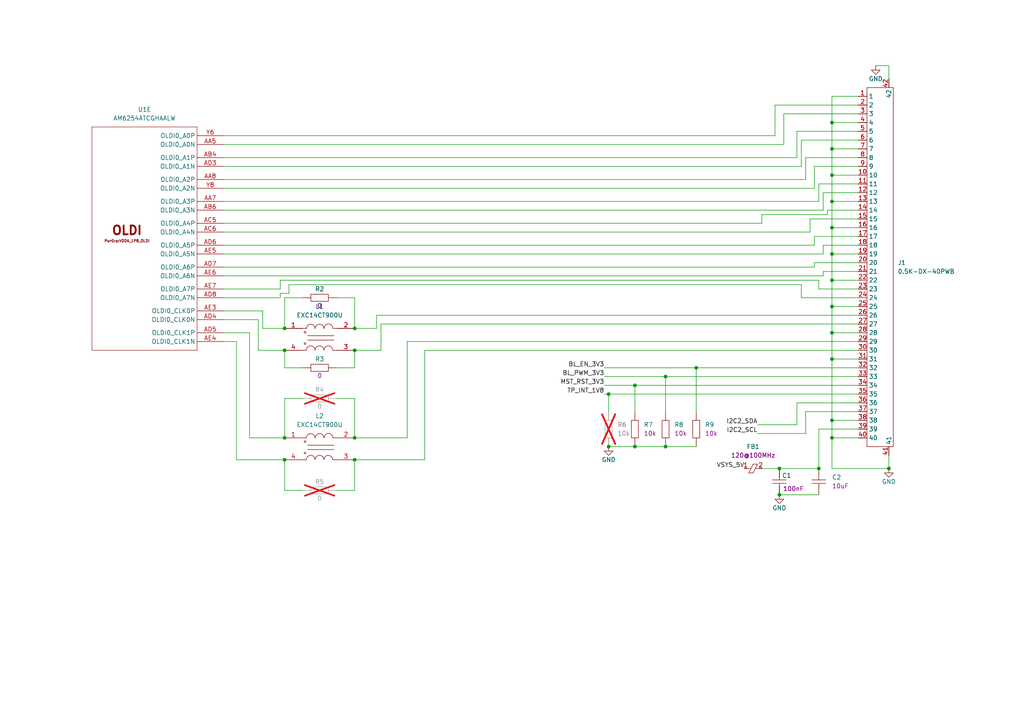
<source format=kicad_sch>
(kicad_sch (version 20250114) (generator "eeschema") (generator_version "9.0")
  (paper "A4")
  (junction (at 241.3 96.52))
  (junction (at 241.3 73.66))
  (junction (at 82.55 133.35))
  (junction (at 184.15 129.54))
  (junction (at 102.87 101.6))
  (junction (at 82.55 127))
  (junction (at 193.04 129.54))
  (junction (at 82.55 95.25))
  (junction (at 193.04 109.22))
  (junction (at 102.87 127))
  (junction (at 241.3 81.28))
  (junction (at 241.3 58.42))
  (junction (at 226.06 143.51))
  (junction (at 241.3 88.9))
  (junction (at 201.93 106.68))
  (junction (at 226.06 135.89))
  (junction (at 257.81 135.89))
  (junction (at 237.49 135.89))
  (junction (at 102.87 133.35))
  (junction (at 241.3 50.8))
  (junction (at 176.53 129.54))
  (junction (at 241.3 43.18))
  (junction (at 241.3 127))
  (junction (at 176.53 114.3))
  (junction (at 184.15 111.76))
  (junction (at 241.3 35.56))
  (junction (at 241.3 121.92))
  (junction (at 241.3 66.04))
  (junction (at 241.3 104.14))
  (junction (at 102.87 95.25))
  (junction (at 82.55 101.6))
  (wire (pts (xy 81.28 85.09) (xy 83.82 85.09)))
  (wire (pts (xy 87.63 106.68) (xy 82.55 106.68)))
  (wire (pts (xy 231.14 38.1) (xy 248.92 38.1)))
  (wire (pts (xy 241.3 27.94) (xy 241.3 35.56)))
  (wire (pts (xy 82.55 115.57) (xy 82.55 127)))
  (wire (pts (xy 241.3 127) (xy 248.92 127)))
  (wire (pts (xy 109.22 95.25) (xy 102.87 95.25)))
  (wire (pts (xy 254 19.05) (xy 257.81 19.05)))
  (wire (pts (xy 241.3 73.66) (xy 241.3 81.28)))
  (wire (pts (xy 175.26 106.68) (xy 201.93 106.68)))
  (wire (pts (xy 81.28 86.36) (xy 81.28 85.09)))
  (wire (pts (xy 193.04 129.54) (xy 201.93 129.54)))
  (wire (pts (xy 64.77 71.12) (xy 236.22 71.12)))
  (wire (pts (xy 118.11 127) (xy 102.87 127)))
  (wire (pts (xy 248.92 124.46) (xy 237.49 124.46)))
  (wire (pts (xy 241.3 104.14) (xy 241.3 121.92)))
  (wire (pts (xy 97.79 106.68) (xy 102.87 106.68)))
  (wire (pts (xy 236.22 77.47) (xy 236.22 76.2)))
  (wire (pts (xy 83.82 85.09) (xy 83.82 82.55)))
  (wire (pts (xy 82.55 142.24) (xy 82.55 133.35)))
  (wire (pts (xy 64.77 96.52) (xy 72.39 96.52)))
  (wire (pts (xy 176.53 129.54) (xy 184.15 129.54)))
  (wire (pts (xy 64.77 54.61) (xy 236.22 54.61)))
  (wire (pts (xy 241.3 73.66) (xy 248.92 73.66)))
  (wire (pts (xy 68.58 99.06) (xy 68.58 133.35)))
  (wire (pts (xy 241.3 35.56) (xy 241.3 43.18)))
  (wire (pts (xy 241.3 121.92) (xy 241.3 127)))
  (wire (pts (xy 175.26 111.76) (xy 184.15 111.76)))
  (wire (pts (xy 87.63 86.36) (xy 82.55 86.36)))
  (wire (pts (xy 241.3 88.9) (xy 241.3 96.52)))
  (wire (pts (xy 219.71 125.73) (xy 233.68 125.73)))
  (wire (pts (xy 184.15 129.54) (xy 193.04 129.54)))
  (wire (pts (xy 64.77 92.71) (xy 74.93 92.71)))
  (wire (pts (xy 237.49 83.82) (xy 248.92 83.82)))
  (wire (pts (xy 193.04 109.22) (xy 248.92 109.22)))
  (wire (pts (xy 248.92 91.44) (xy 109.22 91.44)))
  (wire (pts (xy 64.77 99.06) (xy 68.58 99.06)))
  (wire (pts (xy 241.3 104.14) (xy 248.92 104.14)))
  (wire (pts (xy 68.58 133.35) (xy 82.55 133.35)))
  (wire (pts (xy 76.2 90.17) (xy 76.2 95.25)))
  (wire (pts (xy 248.92 93.98) (xy 110.49 93.98)))
  (wire (pts (xy 64.77 39.37) (xy 224.79 39.37)))
  (wire (pts (xy 241.3 43.18) (xy 248.92 43.18)))
  (wire (pts (xy 231.14 123.19) (xy 231.14 116.84)))
  (wire (pts (xy 64.77 64.77) (xy 220.98 64.77)))
  (wire (pts (xy 237.49 58.42) (xy 237.49 53.34)))
  (wire (pts (xy 82.55 86.36) (xy 82.55 95.25)))
  (wire (pts (xy 240.03 62.23) (xy 240.03 60.96)))
  (wire (pts (xy 241.3 58.42) (xy 248.92 58.42)))
  (wire (pts (xy 240.03 60.96) (xy 248.92 60.96)))
  (wire (pts (xy 175.26 114.3) (xy 176.53 114.3)))
  (wire (pts (xy 232.41 82.55) (xy 232.41 86.36)))
  (wire (pts (xy 220.98 62.23) (xy 240.03 62.23)))
  (wire (pts (xy 64.77 41.91) (xy 227.33 41.91)))
  (wire (pts (xy 102.87 115.57) (xy 102.87 127)))
  (wire (pts (xy 248.92 99.06) (xy 118.11 99.06)))
  (wire (pts (xy 176.53 114.3) (xy 176.53 119.38)))
  (wire (pts (xy 241.3 96.52) (xy 248.92 96.52)))
  (wire (pts (xy 118.11 99.06) (xy 118.11 127)))
  (wire (pts (xy 237.49 124.46) (xy 237.49 135.89)))
  (wire (pts (xy 109.22 91.44) (xy 109.22 95.25)))
  (wire (pts (xy 64.77 90.17) (xy 76.2 90.17)))
  (wire (pts (xy 64.77 67.31) (xy 234.95 67.31)))
  (wire (pts (xy 97.79 86.36) (xy 102.87 86.36)))
  (wire (pts (xy 238.76 71.12) (xy 248.92 71.12)))
  (wire (pts (xy 64.77 58.42) (xy 237.49 58.42)))
  (wire (pts (xy 241.3 96.52) (xy 241.3 104.14)))
  (wire (pts (xy 241.3 127) (xy 241.3 135.89)))
  (wire (pts (xy 184.15 111.76) (xy 248.92 111.76)))
  (wire (pts (xy 224.79 39.37) (xy 224.79 30.48)))
  (wire (pts (xy 241.3 88.9) (xy 248.92 88.9)))
  (wire (pts (xy 236.22 48.26) (xy 248.92 48.26)))
  (wire (pts (xy 83.82 82.55) (xy 232.41 82.55)))
  (wire (pts (xy 238.76 80.01) (xy 238.76 78.74)))
  (wire (pts (xy 238.76 55.88) (xy 248.92 55.88)))
  (wire (pts (xy 241.3 50.8) (xy 248.92 50.8)))
  (wire (pts (xy 74.93 101.6) (xy 82.55 101.6)))
  (wire (pts (xy 74.93 92.71) (xy 74.93 101.6)))
  (wire (pts (xy 226.06 143.51) (xy 237.49 143.51)))
  (wire (pts (xy 241.3 121.92) (xy 248.92 121.92)))
  (wire (pts (xy 82.55 106.68) (xy 82.55 101.6)))
  (wire (pts (xy 233.68 52.07) (xy 233.68 45.72)))
  (wire (pts (xy 257.81 135.89) (xy 257.81 132.08)))
  (wire (pts (xy 231.14 116.84) (xy 248.92 116.84)))
  (wire (pts (xy 241.3 66.04) (xy 248.92 66.04)))
  (wire (pts (xy 64.77 60.96) (xy 238.76 60.96)))
  (wire (pts (xy 102.87 142.24) (xy 102.87 133.35)))
  (wire (pts (xy 72.39 96.52) (xy 72.39 127)))
  (wire (pts (xy 64.77 73.66) (xy 238.76 73.66)))
  (wire (pts (xy 184.15 111.76) (xy 184.15 119.38)))
  (wire (pts (xy 241.3 66.04) (xy 241.3 73.66)))
  (wire (pts (xy 233.68 125.73) (xy 233.68 119.38)))
  (wire (pts (xy 241.3 135.89) (xy 257.81 135.89)))
  (wire (pts (xy 220.98 64.77) (xy 220.98 62.23)))
  (wire (pts (xy 233.68 45.72) (xy 248.92 45.72)))
  (wire (pts (xy 231.14 45.72) (xy 231.14 38.1)))
  (wire (pts (xy 64.77 52.07) (xy 233.68 52.07)))
  (wire (pts (xy 236.22 68.58) (xy 248.92 68.58)))
  (wire (pts (xy 64.77 83.82) (xy 81.28 83.82)))
  (wire (pts (xy 64.77 77.47) (xy 236.22 77.47)))
  (wire (pts (xy 241.3 81.28) (xy 248.92 81.28)))
  (wire (pts (xy 97.79 142.24) (xy 102.87 142.24)))
  (wire (pts (xy 237.49 81.28) (xy 237.49 83.82)))
  (wire (pts (xy 219.71 123.19) (xy 231.14 123.19)))
  (wire (pts (xy 238.76 73.66) (xy 238.76 71.12)))
  (wire (pts (xy 248.92 101.6) (xy 123.19 101.6)))
  (wire (pts (xy 201.93 106.68) (xy 201.93 119.38)))
  (wire (pts (xy 64.77 45.72) (xy 231.14 45.72)))
  (wire (pts (xy 241.3 58.42) (xy 241.3 66.04)))
  (wire (pts (xy 72.39 127) (xy 82.55 127)))
  (wire (pts (xy 220.98 135.89) (xy 226.06 135.89)))
  (wire (pts (xy 237.49 53.34) (xy 248.92 53.34)))
  (wire (pts (xy 236.22 76.2) (xy 248.92 76.2)))
  (wire (pts (xy 76.2 95.25) (xy 82.55 95.25)))
  (wire (pts (xy 234.95 67.31) (xy 234.95 63.5)))
  (wire (pts (xy 201.93 106.68) (xy 248.92 106.68)))
  (wire (pts (xy 64.77 86.36) (xy 81.28 86.36)))
  (wire (pts (xy 110.49 93.98) (xy 110.49 101.6)))
  (wire (pts (xy 123.19 101.6) (xy 123.19 133.35)))
  (wire (pts (xy 110.49 101.6) (xy 102.87 101.6)))
  (wire (pts (xy 241.3 43.18) (xy 241.3 50.8)))
  (wire (pts (xy 227.33 33.02) (xy 248.92 33.02)))
  (wire (pts (xy 232.41 40.64) (xy 248.92 40.64)))
  (wire (pts (xy 64.77 80.01) (xy 238.76 80.01)))
  (wire (pts (xy 238.76 78.74) (xy 248.92 78.74)))
  (wire (pts (xy 236.22 71.12) (xy 236.22 68.58)))
  (wire (pts (xy 234.95 63.5) (xy 248.92 63.5)))
  (wire (pts (xy 232.41 48.26) (xy 232.41 40.64)))
  (wire (pts (xy 176.53 114.3) (xy 248.92 114.3)))
  (wire (pts (xy 238.76 60.96) (xy 238.76 55.88)))
  (wire (pts (xy 257.81 19.05) (xy 257.81 22.86)))
  (wire (pts (xy 175.26 109.22) (xy 193.04 109.22)))
  (wire (pts (xy 81.28 81.28) (xy 237.49 81.28)))
  (wire (pts (xy 102.87 86.36) (xy 102.87 95.25)))
  (wire (pts (xy 241.3 81.28) (xy 241.3 88.9)))
  (wire (pts (xy 193.04 109.22) (xy 193.04 119.38)))
  (wire (pts (xy 224.79 30.48) (xy 248.92 30.48)))
  (wire (pts (xy 233.68 119.38) (xy 248.92 119.38)))
  (wire (pts (xy 87.63 142.24) (xy 82.55 142.24)))
  (wire (pts (xy 81.28 81.28) (xy 81.28 83.82)))
  (wire (pts (xy 248.92 27.94) (xy 241.3 27.94)))
  (wire (pts (xy 241.3 50.8) (xy 241.3 58.42)))
  (wire (pts (xy 97.79 115.57) (xy 102.87 115.57)))
  (wire (pts (xy 64.77 48.26) (xy 232.41 48.26)))
  (wire (pts (xy 236.22 54.61) (xy 236.22 48.26)))
  (wire (pts (xy 87.63 115.57) (xy 82.55 115.57)))
  (wire (pts (xy 232.41 86.36) (xy 248.92 86.36)))
  (wire (pts (xy 241.3 35.56) (xy 248.92 35.56)))
  (wire (pts (xy 227.33 41.91) (xy 227.33 33.02)))
  (wire (pts (xy 102.87 106.68) (xy 102.87 101.6)))
  (wire (pts (xy 102.87 133.35) (xy 123.19 133.35)))
  (wire (pts (xy 226.06 135.89) (xy 237.49 135.89)))
  (label "I2C2_SCL" (at 219.71 125.73 180))
  (label "I2C2_SDA" (at 219.71 123.19 180))
  (label "BL_EN_3V3" (at 175.26 106.68 180))
  (label "TP_INT_1V8" (at 175.26 114.3 180))
  (label "MST_RST_3V3" (at 175.26 111.76 180))
  (label "VSYS_5V" (at 215.9 135.89 180))
  (label "BL_PWM_3V3" (at 175.26 109.22 180))
  (symbol (lib_id "pepy_sym_lib:[RES_SMD_0201_0603Metric]UNI-ROYAL(Uniroyal Elec) 0201WMF1002TEE") (at 176.53 124.46 90) (unit 1) (dnp yes)
    (property "Reference" "R6" (at 179.07 123.1899 90) (effects (justify right)))
    (property "Value" "0201WMF1002TEE" (effects (hide yes)))
    (property "Footprint" "pepy_sym_lib:[RES_SMD_0201_0603Metric]" (effects (hide yes)))
    (property "Datasheet" "https://lcsc.com/product-detail/Chip-Resistor-Surface-Mount_UNI-ROYAL-Uniroyal-Elec-0201WMF1002TEE_C473048.html" (effects (hide yes)))
    (property "Description" "1/20W Thick Film Resistors 25V ±1% ±200ppm/℃ 10kΩ 0201 Chip Resistor - Surface Mount ROHS" (effects (hide yes)))
    (property "LCSC Part" "C473048" (effects (hide yes)))
    (property "Manufacturer" "UNI-ROYAL(Uniroyal Elec)" (effects (hide yes)))
    (property "Nvalue" "10k" (at 179.07 125.7299 90) (effects (justify right)))
    (property "Package" "0201" (effects (hide yes)))
  )
  (symbol (lib_id "power:GND") (at 226.06 143.51 0) (unit 1)
    (property "Reference" "#PWR02" (effects (hide yes)))
    (property "Value" "GND" (at 226.06 147.32 0))
    (property "Description" "Power symbol creates a global label with name \"GND\" , ground" (effects (hide yes)))
  )
  (symbol (lib_id "pepy_sym_lib:[COMMON_MODE_FILTER]PANASONIC EXC14CT900U") (at 92.71 129.54 0) (unit 1)
    (property "Reference" "L2" (at 92.71 120.65 0))
    (property "Value" "EXC14CT900U" (at 92.71 123.19 0))
    (property "Footprint" "pepy_sym_lib:[COMMON_MODE_FILTER]PANASONIC EXC14CT900U" (effects (hide yes)))
    (property "Datasheet" "https://lcsc.com/product-detail/Common-Mode-Chokes-Filters_PANASONIC-EXC14CT900U_C178762.html" (effects (hide yes)))
    (property "Description" "90Ω@100MHz 3.3Ω 2 0302 Common Mode Filters ROHS" (effects (hide yes)))
    (property "LCSC Part" "C178762" (effects (hide yes)))
  )
  (symbol (lib_id "pepy_sym_lib:[FERRITE_BEAD_0402_1005Metric]muRata BLM15PD121SN1D") (at 218.44 135.89 0) (unit 1)
    (property "Reference" "FB1" (at 218.44 129.54 0))
    (property "Value" "BLM15PD121SN1D" (effects (hide yes)))
    (property "Footprint" "pepy_sym_lib:[FERRITE_BEAD_0402_1005Metric]" (effects (hide yes)))
    (property "Datasheet" "https://lcsc.com/product-detail/Ferrite-Beads-And-Chips_muRata_BLM15PD121SN1D_120R-at100MHz_C76891.html" (effects (hide yes)))
    (property "Description" "90mΩ ±25% 120Ω@100MHz 0402 Ferrite Beads ROHS" (effects (hide yes)))
    (property "LCSC Part" "C76891" (effects (hide yes)))
    (property "Nvalue" "120@100MHz" (at 218.44 132.08 0))
    (property "Manufacturer" "Murata Electronics" (effects (hide yes)))
    (property "Package" "0402" (effects (hide yes)))
  )
  (symbol (lib_id "power:GND") (at 254 19.05 0) (unit 1)
    (property "Reference" "#PWR03" (effects (hide yes)))
    (property "Value" "GND" (at 254 22.86 0))
    (property "Description" "Power symbol creates a global label with name \"GND\" , ground" (effects (hide yes)))
  )
  (symbol (lib_id "pepy_sym_lib:[FPC_40P_05MM]HDGC 0.5K-DX-40PWB") (at 254 77.47 0) (unit 1)
    (property "Reference" "J1" (at 260.35 76.1999 0) (effects (justify left)))
    (property "Value" "0.5K-DX-40PWB" (at 260.35 78.7399 0) (effects (justify left)))
    (property "Footprint" "pepy_sym_lib:[FPC_40P_05MM]HDGC 0.5K-DX-40PWB" (effects (hide yes)))
    (property "Datasheet" "https://lcsc.com/product-detail/FFC-FPC-Flat-Flexible-Connector-Assemblies_HDGC-0-5K-DX-40PWB_C2911863.html?s_z=n_0.5K-DX-40PWB" (effects (hide yes)))
    (property "Description" "-20℃~+85℃ Hinged Lid 40P Bottom Contact Surface Mount, Right Angle 0.5mm SMD,P=0.5mm,Surface Mount,Right Angle FFC, FPC (Flat Flexible) Connector Assemblies ROHS" (effects (hide yes)))
    (property "LCSC Part" "C2911863" (effects (hide yes)))
  )
  (symbol (lib_id "pepy_sym_lib:[CAP_SMD_0201_0603Metric]YAGEO CC0201KRX5R6BB104") (at 226.06 139.7 90) (unit 1)
    (property "Reference" "C1" (at 226.822 137.922 90) (effects (justify right)))
    (property "Value" "CC0201KRX5R6BB104" (effects (hide yes)))
    (property "Footprint" "pepy_sym_lib:[CAP_SMD_0201_0603Metric]" (effects (hide yes)))
    (property "Datasheet" "https://lcsc.com/product-detail/Multilayer-Ceramic-Capacitors-MLCC-SMD-SMT_SAMSUNG_CL03A105MQ3CSNH_1uF-105-20-6-3V_C53067.html" (effects (hide yes)))
    (property "Description" "10V 100nF X5R ±10% 0201 Multilayer Ceramic Capacitors MLCC - SMD/SMT ROHS" (effects (hide yes)))
    (property "LCSC Part" "C190183" (effects (hide yes)))
    (property "Manufacturer" "YAGEO" (effects (hide yes)))
    (property "Nvalue" "100nF" (at 227.076 141.732 90) (effects (justify right)))
    (property "Package" "0201" (effects (hide yes)))
  )
  (symbol (lib_id "pepy_sym_lib:[COMMON_MODE_FILTER]PANASONIC EXC14CT900U") (at 92.71 97.79 0) (unit 1)
    (property "Reference" "L1" (at 92.71 88.9 0))
    (property "Value" "EXC14CT900U" (at 92.71 91.44 0))
    (property "Footprint" "pepy_sym_lib:[COMMON_MODE_FILTER]PANASONIC EXC14CT900U" (effects (hide yes)))
    (property "Datasheet" "https://lcsc.com/product-detail/Common-Mode-Chokes-Filters_PANASONIC-EXC14CT900U_C178762.html" (effects (hide yes)))
    (property "Description" "90Ω@100MHz 3.3Ω 2 0302 Common Mode Filters ROHS" (effects (hide yes)))
    (property "LCSC Part" "C178762" (effects (hide yes)))
  )
  (symbol (lib_id "pepy_sym_lib:[RES_SMD_0402_1005Metric]UNI-ROYAL(Uniroyal Elec) 0402WGF0000TCE") (at 92.71 142.24 0) (unit 1) (dnp yes)
    (property "Reference" "R5" (at 92.71 139.7 0))
    (property "Value" "0402WGF0000TCE" (effects (hide yes)))
    (property "Footprint" "pepy_sym_lib:[RES_SMD_0402_1005Metric]" (effects (hide yes)))
    (property "Datasheet" "https://lcsc.com/product-detail/Chip-Resistor-Surface-Mount-UniOhm_0R-0R0-1_C17168.html" (effects (hide yes)))
    (property "Description" "62.5mW Thick Film Resistors 50V ±800ppm/℃ ±1% 0Ω 0402 Chip Resistor - Surface Mount ROHS" (effects (hide yes)))
    (property "LCSC Part" "C17168" (effects (hide yes)))
    (property "Nvalue" "0" (at 92.71 144.526 0))
    (property "Manufacturer" "UNI-ROYAL(Uniroyal Elec) " (effects (hide yes)))
    (property "Package" "0402" (effects (hide yes)))
  )
  (symbol (lib_id "power:GND") (at 257.81 135.89 0) (unit 1)
    (property "Reference" "#PWR04" (effects (hide yes)))
    (property "Value" "GND" (at 257.81 139.7 0))
    (property "Description" "Power symbol creates a global label with name \"GND\" , ground" (effects (hide yes)))
  )
  (symbol (lib_id "pepy_sym_lib:[RES_SMD_0402_1005Metric]UNI-ROYAL(Uniroyal Elec) 0402WGF0000TCE") (at 92.71 86.36 0) (unit 1)
    (property "Reference" "R2" (at 92.71 83.82 0))
    (property "Value" "0402WGF0000TCE" (effects (hide yes)))
    (property "Footprint" "pepy_sym_lib:[RES_SMD_0402_1005Metric]" (effects (hide yes)))
    (property "Datasheet" "https://lcsc.com/product-detail/Chip-Resistor-Surface-Mount-UniOhm_0R-0R0-1_C17168.html" (effects (hide yes)))
    (property "Description" "62.5mW Thick Film Resistors 50V ±800ppm/℃ ±1% 0Ω 0402 Chip Resistor - Surface Mount ROHS" (effects (hide yes)))
    (property "LCSC Part" "C17168" (effects (hide yes)))
    (property "Nvalue" "0" (at 92.71 88.646 0))
    (property "Manufacturer" "UNI-ROYAL(Uniroyal Elec) " (effects (hide yes)))
    (property "Package" "0402" (effects (hide yes)))
  )
  (symbol (lib_id "pepy_sym_lib:[RES_SMD_0201_0603Metric]UNI-ROYAL(Uniroyal Elec) 0201WMF1002TEE") (at 184.15 124.46 90) (unit 1)
    (property "Reference" "R7" (at 186.69 123.1899 90) (effects (justify right)))
    (property "Value" "0201WMF1002TEE" (effects (hide yes)))
    (property "Footprint" "pepy_sym_lib:[RES_SMD_0201_0603Metric]" (effects (hide yes)))
    (property "Datasheet" "https://lcsc.com/product-detail/Chip-Resistor-Surface-Mount_UNI-ROYAL-Uniroyal-Elec-0201WMF1002TEE_C473048.html" (effects (hide yes)))
    (property "Description" "1/20W Thick Film Resistors 25V ±1% ±200ppm/℃ 10kΩ 0201 Chip Resistor - Surface Mount ROHS" (effects (hide yes)))
    (property "LCSC Part" "C473048" (effects (hide yes)))
    (property "Manufacturer" "UNI-ROYAL(Uniroyal Elec)" (effects (hide yes)))
    (property "Nvalue" "10k" (at 186.69 125.7299 90) (effects (justify right)))
    (property "Package" "0201" (effects (hide yes)))
  )
  (symbol (lib_id "pepy_sym_lib:[CAP_SMD_0402_1005Metric]YAGEO CC0402MRX5R5BB106") (at 237.49 139.7 90) (unit 1)
    (property "Reference" "C2" (at 241.3 138.4299 90) (effects (justify right)))
    (property "Value" "CC0402MRX5R5BB106" (effects (hide yes)))
    (property "Footprint" "pepy_sym_lib:[CAP_SMD_0402_1005Metric]" (effects (hide yes)))
    (property "Datasheet" "https://lcsc.com/product-detail/Multilayer-Ceramic-Capacitors-MLCC-SMD-SMT_YAGEO-CC0402MRX5R5BB106_C105884.html?s_z=n_CC0402MRX5R5BB106" (effects (hide yes)))
    (property "Description" "6.3V 10uF X5R ±20% 0402 Multilayer Ceramic Capacitors MLCC - SMD/SMT ROHS" (effects (hide yes)))
    (property "LCSC Part" "C105884" (effects (hide yes)))
    (property "Manufacturer" "YAGEO" (effects (hide yes)))
    (property "Package" "0402" (effects (hide yes)))
    (property "Nvalue" "10uF" (at 241.3 140.9699 90) (effects (justify right)))
  )
  (symbol (lib_id "power:GND") (at 176.53 129.54 0) (unit 1)
    (property "Reference" "#PWR01" (effects (hide yes)))
    (property "Value" "GND" (at 176.53 133.35 0))
    (property "Description" "Power symbol creates a global label with name \"GND\" , ground" (effects (hide yes)))
  )
  (symbol (lib_id "pepy_sym_lib:[RES_SMD_0402_1005Metric]UNI-ROYAL(Uniroyal Elec) 0402WGF0000TCE") (at 92.71 106.68 0) (unit 1)
    (property "Reference" "R3" (at 92.71 104.14 0))
    (property "Value" "0402WGF0000TCE" (effects (hide yes)))
    (property "Footprint" "pepy_sym_lib:[RES_SMD_0402_1005Metric]" (effects (hide yes)))
    (property "Datasheet" "https://lcsc.com/product-detail/Chip-Resistor-Surface-Mount-UniOhm_0R-0R0-1_C17168.html" (effects (hide yes)))
    (property "Description" "62.5mW Thick Film Resistors 50V ±800ppm/℃ ±1% 0Ω 0402 Chip Resistor - Surface Mount ROHS" (effects (hide yes)))
    (property "LCSC Part" "C17168" (effects (hide yes)))
    (property "Nvalue" "0" (at 92.71 108.966 0))
    (property "Manufacturer" "UNI-ROYAL(Uniroyal Elec) " (effects (hide yes)))
    (property "Package" "0402" (effects (hide yes)))
  )
  (symbol (lib_id "pepy_sym_lib:[RES_SMD_0402_1005Metric]UNI-ROYAL(Uniroyal Elec) 0402WGF0000TCE") (at 92.71 115.57 0) (unit 1) (dnp yes)
    (property "Reference" "R4" (at 92.71 113.03 0))
    (property "Value" "0402WGF0000TCE" (effects (hide yes)))
    (property "Footprint" "pepy_sym_lib:[RES_SMD_0402_1005Metric]" (effects (hide yes)))
    (property "Datasheet" "https://lcsc.com/product-detail/Chip-Resistor-Surface-Mount-UniOhm_0R-0R0-1_C17168.html" (effects (hide yes)))
    (property "Description" "62.5mW Thick Film Resistors 50V ±800ppm/℃ ±1% 0Ω 0402 Chip Resistor - Surface Mount ROHS" (effects (hide yes)))
    (property "LCSC Part" "C17168" (effects (hide yes)))
    (property "Nvalue" "0" (at 92.71 117.856 0))
    (property "Manufacturer" "UNI-ROYAL(Uniroyal Elec) " (effects (hide yes)))
    (property "Package" "0402" (effects (hide yes)))
  )
  (symbol (lib_id "pepy_sym_lib:[RES_SMD_0201_0603Metric]UNI-ROYAL(Uniroyal Elec) 0201WMF1002TEE") (at 193.04 124.46 90) (unit 1)
    (property "Reference" "R8" (at 195.58 123.1899 90) (effects (justify right)))
    (property "Value" "0201WMF1002TEE" (effects (hide yes)))
    (property "Footprint" "pepy_sym_lib:[RES_SMD_0201_0603Metric]" (effects (hide yes)))
    (property "Datasheet" "https://lcsc.com/product-detail/Chip-Resistor-Surface-Mount_UNI-ROYAL-Uniroyal-Elec-0201WMF1002TEE_C473048.html" (effects (hide yes)))
    (property "Description" "1/20W Thick Film Resistors 25V ±1% ±200ppm/℃ 10kΩ 0201 Chip Resistor - Surface Mount ROHS" (effects (hide yes)))
    (property "LCSC Part" "C473048" (effects (hide yes)))
    (property "Manufacturer" "UNI-ROYAL(Uniroyal Elec)" (effects (hide yes)))
    (property "Nvalue" "10k" (at 195.58 125.7299 90) (effects (justify right)))
    (property "Package" "0201" (effects (hide yes)))
  )
  (symbol (lib_id "pepy_sym_lib:[RES_SMD_0201_0603Metric]UNI-ROYAL(Uniroyal Elec) 0201WMF1002TEE") (at 201.93 124.46 90) (unit 1)
    (property "Reference" "R9" (at 204.47 123.1899 90) (effects (justify right)))
    (property "Value" "0201WMF1002TEE" (effects (hide yes)))
    (property "Footprint" "pepy_sym_lib:[RES_SMD_0201_0603Metric]" (effects (hide yes)))
    (property "Datasheet" "https://lcsc.com/product-detail/Chip-Resistor-Surface-Mount_UNI-ROYAL-Uniroyal-Elec-0201WMF1002TEE_C473048.html" (effects (hide yes)))
    (property "Description" "1/20W Thick Film Resistors 25V ±1% ±200ppm/℃ 10kΩ 0201 Chip Resistor - Surface Mount ROHS" (effects (hide yes)))
    (property "LCSC Part" "C473048" (effects (hide yes)))
    (property "Manufacturer" "UNI-ROYAL(Uniroyal Elec)" (effects (hide yes)))
    (property "Nvalue" "10k" (at 204.47 125.7299 90) (effects (justify right)))
    (property "Package" "0201" (effects (hide yes)))
  )
  (symbol (lib_id "pepy_sym_lib:[CPU]Texas Instruments AM6254ATCGHAALW") (at 41.91 101.6 0) (unit 5)
    (property "Reference" "U1" (at 41.91 31.75 0))
    (property "Value" "AM6254ATCGHAALW" (at 41.91 34.29 0))
    (property "Footprint" "pepy_sym_lib:[CPU]Texas Instruments AM6254ATCGHAALW" (effects (hide yes)))
    (property "Datasheet" "https://www.ti.com/lit/ds/symlink/am625.pdf?ts=1740314582358&ref_url=https%253A%252F%252Fwww.ti.com%252Fmicrocontrollers-mcus-processors%252Farm-based-processors%252Fproducts.html" (effects (hide yes)))
    (property "Description" "1400MHz FCCSP(ALW)-425 Microcontrollers (MCU/MPU/SOC) ROHS" (effects (hide yes)))
    (property "LCSC Part" "C5218241" (effects (hide yes)))
    (property "Manufacturer" "Texas Instruments" (effects (hide yes)))
  )
)
</source>
